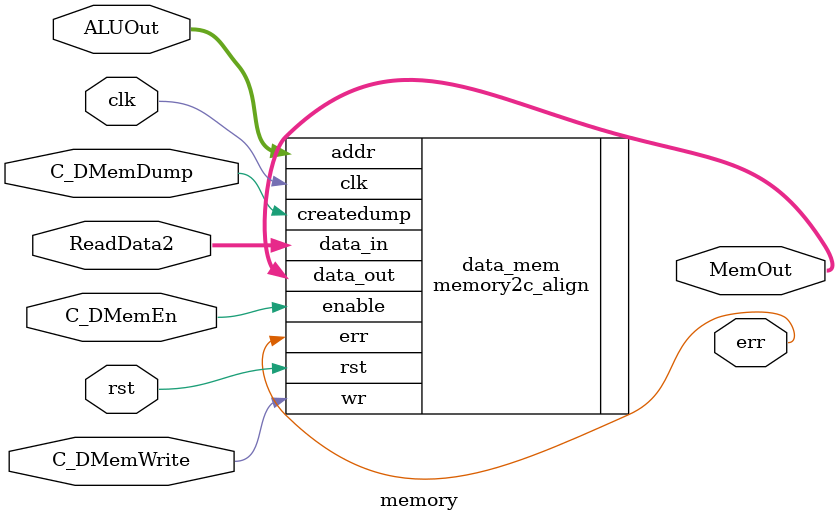
<source format=v>
module memory(MemOut, ReadData2, ALUOut, C_DMemEn, C_DMemWrite, C_DMemDump, clk, rst, err);
	input [15:0] ReadData2, ALUOut;
	input C_DMemEn, C_DMemWrite, C_DMemDump, clk, rst;
	output [15:0] MemOut;
	output err;

	memory2c_align data_mem(.data_out(MemOut), .data_in(ReadData2), .addr(ALUOut), .enable(C_DMemEn), 
		.wr(C_DMemWrite), .createdump(C_DMemDump), .clk(clk), .rst(rst), .err(err));
endmodule

</source>
